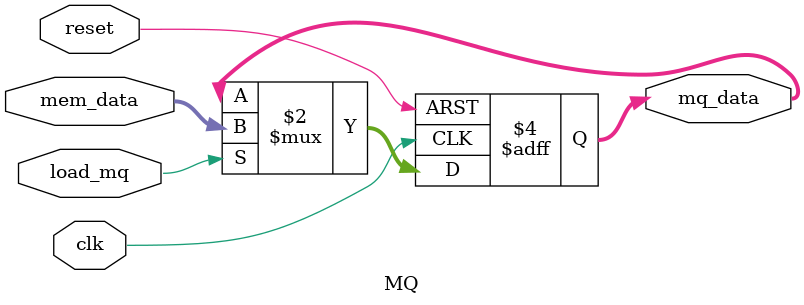
<source format=v>
module MQ (
    input clk,
    input reset,
    input load_mq,
    input [7:0] mem_data,
    output reg [7:0] mq_data
    );
        always @(posedge clk or posedge reset) begin
            if (reset)
                mq_data <= 8'd0;
            else if (load_mq)
                mq_data <= mem_data;
    end
endmodule

</source>
